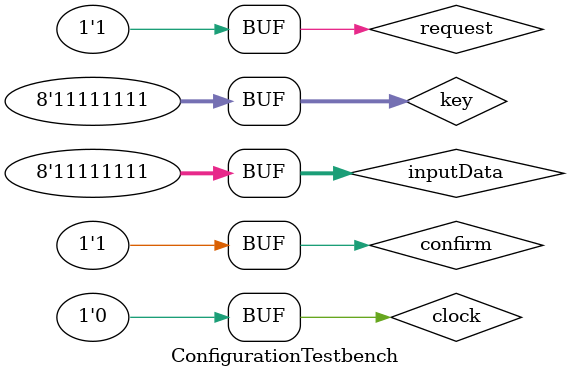
<source format=v>
`timescale 1ns / 1ps


module ConfigurationTestbench;

	// Inputs
	reg clock;
	reg request;
	reg confirm;
	reg [7:0] key;
	reg [7:0] inputData;

	// Outputs
	wire [6:0] dataP;
	wire [6:0] dataQ;

	// Instantiate the Unit Under Test (UUT)
	ConfigurationUnit uut (
		.clock(clock), 
		.request(request), 
		.confirm(confirm), 
		.key(key), 
		.inputData(inputData), 
		.dataP(dataP), 
		.dataQ(dataQ)
	);
	
	initial begin
		clock = 1'b0;
      repeat (50) #30 clock = ~clock;
	end
	
	initial begin
		request = 0;
		confirm = 0;
		key = 0;
		inputData = 0;
		#50;
		request = 1;
		confirm = 1;
		key = 8'b11111111;
		inputData = 8'b11111111;
		#500;
  	end
      
endmodule


</source>
